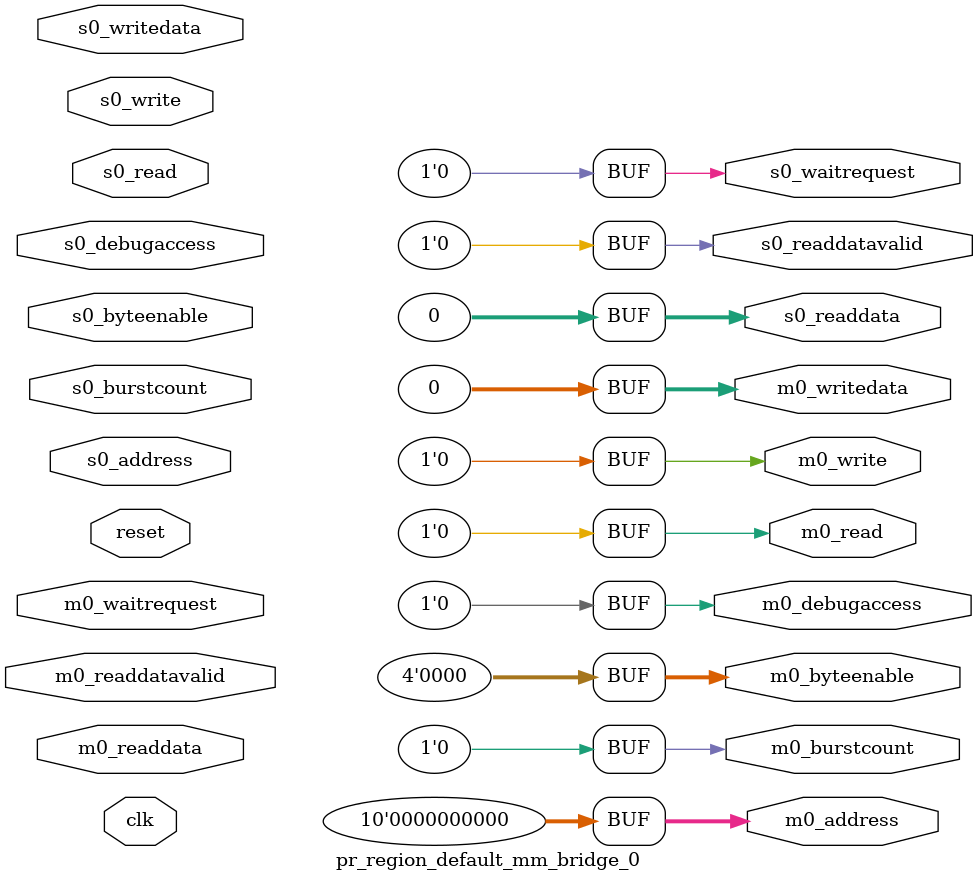
<source format=v>
module pr_region_default_mm_bridge_0(	// file.cleaned.mlir:2:3
  input         clk,	// file.cleaned.mlir:2:47
                m0_waitrequest,	// file.cleaned.mlir:2:61
  input  [31:0] m0_readdata,	// file.cleaned.mlir:2:86
  input         m0_readdatavalid,	// file.cleaned.mlir:2:109
                reset,	// file.cleaned.mlir:2:136
                s0_burstcount,	// file.cleaned.mlir:2:152
  input  [31:0] s0_writedata,	// file.cleaned.mlir:2:176
  input  [9:0]  s0_address,	// file.cleaned.mlir:2:200
  input         s0_write,	// file.cleaned.mlir:2:222
                s0_read,	// file.cleaned.mlir:2:241
  input  [3:0]  s0_byteenable,	// file.cleaned.mlir:2:259
  input         s0_debugaccess,	// file.cleaned.mlir:2:283
  output        m0_burstcount,	// file.cleaned.mlir:2:309
  output [31:0] m0_writedata,	// file.cleaned.mlir:2:333
  output [9:0]  m0_address,	// file.cleaned.mlir:2:357
  output        m0_write,	// file.cleaned.mlir:2:379
                m0_read,	// file.cleaned.mlir:2:398
  output [3:0]  m0_byteenable,	// file.cleaned.mlir:2:416
  output        m0_debugaccess,	// file.cleaned.mlir:2:440
                s0_waitrequest,	// file.cleaned.mlir:2:465
  output [31:0] s0_readdata,	// file.cleaned.mlir:2:490
  output        s0_readdatavalid	// file.cleaned.mlir:2:513
);

  assign m0_burstcount = 1'h0;	// file.cleaned.mlir:3:14, :7:5
  assign m0_writedata = 32'h0;	// file.cleaned.mlir:4:15, :7:5
  assign m0_address = 10'h0;	// file.cleaned.mlir:5:15, :7:5
  assign m0_write = 1'h0;	// file.cleaned.mlir:3:14, :7:5
  assign m0_read = 1'h0;	// file.cleaned.mlir:3:14, :7:5
  assign m0_byteenable = 4'h0;	// file.cleaned.mlir:6:14, :7:5
  assign m0_debugaccess = 1'h0;	// file.cleaned.mlir:3:14, :7:5
  assign s0_waitrequest = 1'h0;	// file.cleaned.mlir:3:14, :7:5
  assign s0_readdata = 32'h0;	// file.cleaned.mlir:4:15, :7:5
  assign s0_readdatavalid = 1'h0;	// file.cleaned.mlir:3:14, :7:5
endmodule


</source>
